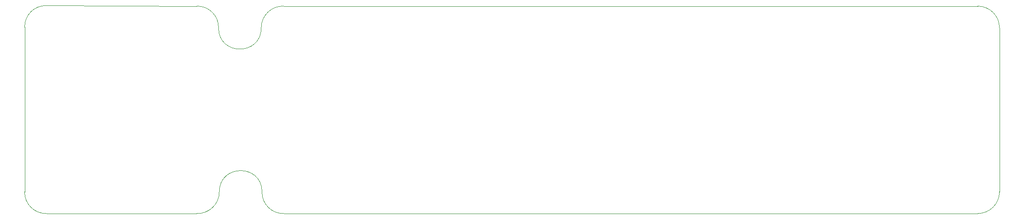
<source format=gm1>
%TF.GenerationSoftware,KiCad,Pcbnew,6.0.11+dfsg-1*%
%TF.CreationDate,2023-11-10T00:48:12+01:00*%
%TF.ProjectId,tallySdoAdapter,74616c6c-7953-4646-9f41-646170746572,0.1*%
%TF.SameCoordinates,Original*%
%TF.FileFunction,Profile,NP*%
%FSLAX46Y46*%
G04 Gerber Fmt 4.6, Leading zero omitted, Abs format (unit mm)*
G04 Created by KiCad (PCBNEW 6.0.11+dfsg-1) date 2023-11-10 00:48:12*
%MOMM*%
%LPD*%
G01*
G04 APERTURE LIST*
%TA.AperFunction,Profile*%
%ADD10C,0.100000*%
%TD*%
G04 APERTURE END LIST*
D10*
X118199400Y-99911400D02*
G75*
G03*
X126199400Y-99911400I4000000J0D01*
G01*
X130403600Y-95834200D02*
X260375400Y-95834200D01*
X264446359Y-99896216D02*
X264446359Y-130731816D01*
X114122200Y-95834200D02*
X85952597Y-95733574D01*
X260384343Y-134802759D02*
G75*
G03*
X264446359Y-130731816I-4443J4066459D01*
G01*
X81890613Y-130735176D02*
G75*
G03*
X85961540Y-134797191I3977387J-84824D01*
G01*
X130403601Y-95834180D02*
G75*
G03*
X126199400Y-99911400I-139901J-4061920D01*
G01*
X126341528Y-130740758D02*
G75*
G03*
X130412543Y-134802775I3977472J-84742D01*
G01*
X81890581Y-130735175D02*
X81890581Y-99804533D01*
X264446400Y-99896216D02*
G75*
G03*
X260375400Y-95834200I-4066500J-4484D01*
G01*
X126341584Y-130740759D02*
G75*
G03*
X118341584Y-130740759I-4000000J0D01*
G01*
X130412543Y-134802775D02*
X260384343Y-134802775D01*
X118199400Y-99911400D02*
G75*
G03*
X114122200Y-95834200I-3982400J94800D01*
G01*
X85952597Y-95733585D02*
G75*
G03*
X81890581Y-99804533I-84797J-3977415D01*
G01*
X114143016Y-134797191D02*
X85961540Y-134797191D01*
X114143017Y-134797176D02*
G75*
G03*
X118341584Y-130740759I139783J4056376D01*
G01*
M02*

</source>
